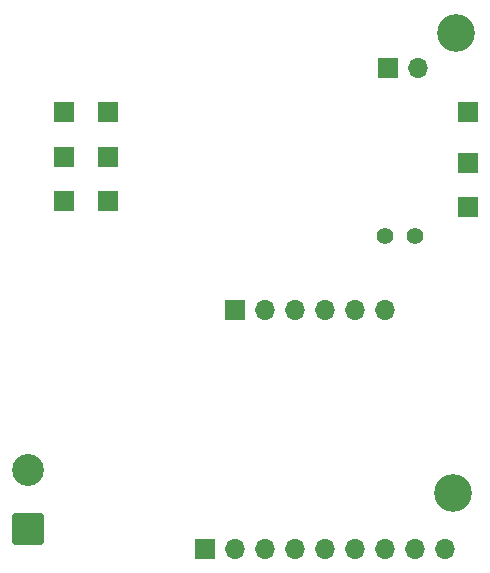
<source format=gbr>
%TF.GenerationSoftware,KiCad,Pcbnew,5.99.0-unknown-2b86b34124~125~ubuntu18.04.1*%
%TF.CreationDate,2021-04-08T16:17:32+02:00*%
%TF.ProjectId,controlAVR155,636f6e74-726f-46c4-9156-523135352e6b,rev?*%
%TF.SameCoordinates,Original*%
%TF.FileFunction,Soldermask,Bot*%
%TF.FilePolarity,Negative*%
%FSLAX46Y46*%
G04 Gerber Fmt 4.6, Leading zero omitted, Abs format (unit mm)*
G04 Created by KiCad (PCBNEW 5.99.0-unknown-2b86b34124~125~ubuntu18.04.1) date 2021-04-08 16:17:32*
%MOMM*%
%LPD*%
G01*
G04 APERTURE LIST*
G04 Aperture macros list*
%AMRoundRect*
0 Rectangle with rounded corners*
0 $1 Rounding radius*
0 $2 $3 $4 $5 $6 $7 $8 $9 X,Y pos of 4 corners*
0 Add a 4 corners polygon primitive as box body*
4,1,4,$2,$3,$4,$5,$6,$7,$8,$9,$2,$3,0*
0 Add four circle primitives for the rounded corners*
1,1,$1+$1,$2,$3*
1,1,$1+$1,$4,$5*
1,1,$1+$1,$6,$7*
1,1,$1+$1,$8,$9*
0 Add four rect primitives between the rounded corners*
20,1,$1+$1,$2,$3,$4,$5,0*
20,1,$1+$1,$4,$5,$6,$7,0*
20,1,$1+$1,$6,$7,$8,$9,0*
20,1,$1+$1,$8,$9,$2,$3,0*%
G04 Aperture macros list end*
%ADD10C,3.200000*%
%ADD11R,1.700000X1.700000*%
%ADD12O,1.700000X1.700000*%
%ADD13C,1.400000*%
%ADD14RoundRect,0.250001X1.099999X-1.099999X1.099999X1.099999X-1.099999X1.099999X-1.099999X-1.099999X0*%
%ADD15C,2.700000*%
G04 APERTURE END LIST*
D10*
%TO.C,*%
X146500000Y-72750000D03*
%TD*%
D11*
%TO.C,J2*%
X113250000Y-79500000D03*
%TD*%
%TO.C,J10*%
X147500000Y-83750000D03*
%TD*%
%TO.C,J9*%
X127750000Y-96250000D03*
D12*
X130290000Y-96250000D03*
X132830000Y-96250000D03*
X135370000Y-96250000D03*
X137910000Y-96250000D03*
X140450000Y-96250000D03*
%TD*%
D11*
%TO.C,J3*%
X113250000Y-83250000D03*
%TD*%
%TO.C,J8*%
X125250000Y-116500000D03*
D12*
X127790000Y-116500000D03*
X130330000Y-116500000D03*
X132870000Y-116500000D03*
X135410000Y-116500000D03*
X137950000Y-116500000D03*
X140490000Y-116500000D03*
X143030000Y-116500000D03*
X145570000Y-116500000D03*
%TD*%
D10*
%TO.C,REF\u002A\u002A*%
X146250000Y-111750000D03*
%TD*%
D13*
%TO.C,JP0*%
X140500000Y-90000000D03*
X143040000Y-90000000D03*
%TD*%
D11*
%TO.C,J6*%
X117000000Y-87000000D03*
%TD*%
D14*
%TO.C,JP1*%
X110200000Y-114777500D03*
D15*
X110200000Y-109777500D03*
%TD*%
D11*
%TO.C,J1*%
X117000000Y-79500000D03*
%TD*%
%TO.C,J11*%
X147500000Y-79500000D03*
%TD*%
%TO.C,J7*%
X140750000Y-75725000D03*
D12*
X143290000Y-75725000D03*
%TD*%
D11*
%TO.C,J4*%
X117000000Y-83250000D03*
%TD*%
%TO.C,J5*%
X113250000Y-87000000D03*
%TD*%
%TO.C,J12*%
X147500000Y-87500000D03*
%TD*%
M02*

</source>
